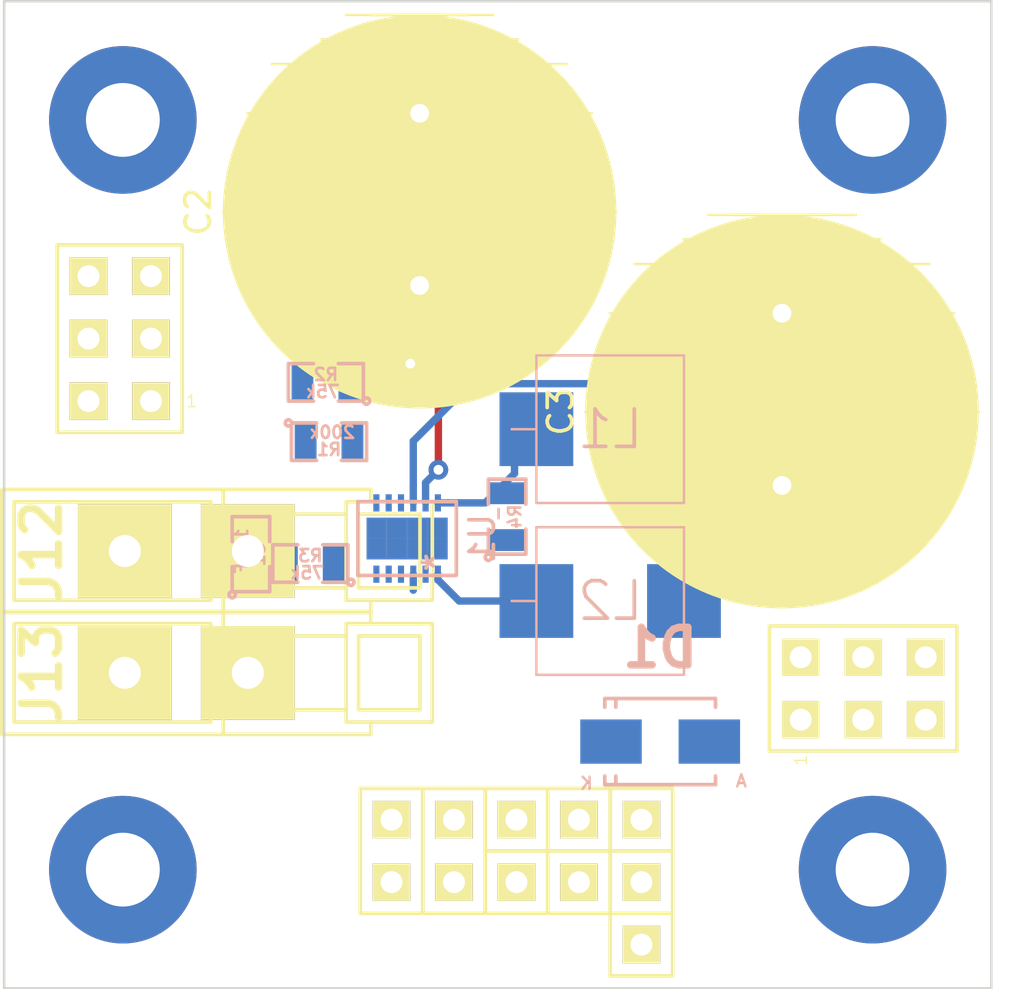
<source format=kicad_pcb>
(kicad_pcb (version 4) (host pcbnew 4.0.1-stable)

  (general
    (links 54)
    (no_connects 47)
    (area 0.203999 -40.436001 40.436001 -0.203999)
    (thickness 1.6)
    (drawings 4)
    (tracks 31)
    (zones 0)
    (modules 28)
    (nets 14)
  )

  (page A4)
  (layers
    (0 F.Cu signal)
    (31 B.Cu signal)
    (32 B.Adhes user)
    (33 F.Adhes user)
    (34 B.Paste user)
    (35 F.Paste user)
    (36 B.SilkS user)
    (37 F.SilkS user)
    (38 B.Mask user)
    (39 F.Mask user)
    (40 Dwgs.User user)
    (41 Cmts.User user)
    (42 Eco1.User user)
    (43 Eco2.User user)
    (44 Edge.Cuts user)
    (45 Margin user)
    (46 B.CrtYd user)
    (47 F.CrtYd user)
    (48 B.Fab user)
    (49 F.Fab user)
  )

  (setup
    (last_trace_width 0.3)
    (trace_clearance 0.2)
    (zone_clearance 0.508)
    (zone_45_only no)
    (trace_min 0.2)
    (segment_width 0.2)
    (edge_width 0.1)
    (via_size 0.8)
    (via_drill 0.4)
    (via_min_size 0.4)
    (via_min_drill 0.3)
    (uvia_size 0.3)
    (uvia_drill 0.1)
    (uvias_allowed no)
    (uvia_min_size 0.2)
    (uvia_min_drill 0.1)
    (pcb_text_width 0.3)
    (pcb_text_size 1.5 1.5)
    (mod_edge_width 0.15)
    (mod_text_size 1 1)
    (mod_text_width 0.15)
    (pad_size 6 6)
    (pad_drill 3)
    (pad_to_mask_clearance 0)
    (aux_axis_origin 0 0)
    (visible_elements 7FFFFF7F)
    (pcbplotparams
      (layerselection 0x00030_80000001)
      (usegerberextensions false)
      (excludeedgelayer true)
      (linewidth 0.500000)
      (plotframeref false)
      (viasonmask false)
      (mode 1)
      (useauxorigin false)
      (hpglpennumber 1)
      (hpglpenspeed 20)
      (hpglpendiameter 15)
      (hpglpenoverlay 2)
      (psnegative false)
      (psa4output false)
      (plotreference true)
      (plotvalue true)
      (plotinvisibletext false)
      (padsonsilk false)
      (subtractmaskfromsilk false)
      (outputformat 1)
      (mirror false)
      (drillshape 1)
      (scaleselection 1)
      (outputdirectory ""))
  )

  (net 0 "")
  (net 1 /VIN)
  (net 2 GND)
  (net 3 "Net-(C2-Pad1)")
  (net 4 "Net-(C2-Pad2)")
  (net 5 /CTL)
  (net 6 /EN)
  (net 7 /VSEL)
  (net 8 /#PFO)
  (net 9 /PG)
  (net 10 "Net-(L1-Pad1)")
  (net 11 "Net-(L2-Pad1)")
  (net 12 "Net-(R1-Pad2)")
  (net 13 "Net-(R3-Pad1)")

  (net_class Default "Toto je výchozí třída sítě."
    (clearance 0.2)
    (trace_width 0.3)
    (via_dia 0.8)
    (via_drill 0.4)
    (uvia_dia 0.3)
    (uvia_drill 0.1)
    (add_net /#PFO)
    (add_net /CTL)
    (add_net /EN)
    (add_net /PG)
    (add_net /VIN)
    (add_net /VSEL)
    (add_net GND)
    (add_net "Net-(C2-Pad1)")
    (add_net "Net-(C2-Pad2)")
    (add_net "Net-(L1-Pad1)")
    (add_net "Net-(L2-Pad1)")
    (add_net "Net-(R1-Pad2)")
    (add_net "Net-(R3-Pad1)")
  )

  (module Mlab_D:SMA_Standard (layer B.Cu) (tedit 54BBE0AF) (tstamp 56EBC5A6)
    (at 26.924 -10.287 180)
    (descr "Diode SMA")
    (tags "Diode SMA")
    (path /56E8111C)
    (attr smd)
    (fp_text reference D1 (at 0 3.81 180) (layer B.SilkS)
      (effects (font (thickness 0.3048)) (justify mirror))
    )
    (fp_text value M4 (at 0 -3.81 180) (layer B.SilkS) hide
      (effects (font (thickness 0.3048)) (justify mirror))
    )
    (fp_text user A (at -3.29946 -1.6002 180) (layer B.SilkS)
      (effects (font (size 0.50038 0.50038) (thickness 0.09906)) (justify mirror))
    )
    (fp_text user K (at 2.99974 -1.69926 180) (layer B.SilkS)
      (effects (font (size 0.50038 0.50038) (thickness 0.09906)) (justify mirror))
    )
    (fp_circle (center 0 0) (end 0.20066 0.0508) (layer B.Adhes) (width 0.381))
    (fp_line (start 1.80086 -1.75006) (end 1.80086 -1.39954) (layer B.SilkS) (width 0.15))
    (fp_line (start 1.80086 1.75006) (end 1.80086 1.39954) (layer B.SilkS) (width 0.15))
    (fp_line (start 2.25044 -1.75006) (end 2.25044 -1.39954) (layer B.SilkS) (width 0.15))
    (fp_line (start -2.25044 -1.75006) (end -2.25044 -1.39954) (layer B.SilkS) (width 0.15))
    (fp_line (start -2.25044 1.75006) (end -2.25044 1.39954) (layer B.SilkS) (width 0.15))
    (fp_line (start 2.25044 1.75006) (end 2.25044 1.39954) (layer B.SilkS) (width 0.15))
    (fp_line (start -2.25044 -1.75006) (end 2.25044 -1.75006) (layer B.SilkS) (width 0.15))
    (fp_line (start -2.25044 1.75006) (end 2.25044 1.75006) (layer B.SilkS) (width 0.15))
    (pad 1 smd rect (at -1.99898 0 180) (size 2.49936 1.80086) (layers B.Cu B.Paste B.Mask)
      (net 2 GND))
    (pad 2 smd rect (at 1.99898 0 180) (size 2.49936 1.80086) (layers B.Cu B.Paste B.Mask)
      (net 1 /VIN))
    (model MLAB_3D/Diodes/SMA.wrl
      (at (xyz 0 0 0))
      (scale (xyz 0.3937 0.3937 0.3937))
      (rotate (xyz 0 0 0))
    )
  )

  (module Mlab_CON:WAGO256 (layer F.Cu) (tedit 564C6037) (tstamp 56EBD757)
    (at 7.62 -13.081)
    (descr "WAGO-Series 236, 2Stift, 1pol, RM 5mm,")
    (tags "WAGO-Series 236, 2Stift, 1pol, RM 5mm, Anreibare Leiterplattenklemme")
    (path /56EBF84C)
    (fp_text reference J13 (at -5.842 0 90) (layer F.SilkS)
      (effects (font (thickness 0.3048)))
    )
    (fp_text value CONN1_1 (at 0.254 4.064) (layer F.SilkS) hide
      (effects (font (thickness 0.3048)))
    )
    (fp_line (start 7.54 2.5) (end 7.54 2) (layer F.SilkS) (width 0.15))
    (fp_line (start 7.54 -2) (end 7.54 -2.5) (layer F.SilkS) (width 0.15))
    (fp_line (start 1.54 2.5001) (end 1.54 -2.5001) (layer F.SilkS) (width 0.15))
    (fp_line (start -7.46 2.5001) (end -7.46 -2.5001) (layer F.SilkS) (width 0.15))
    (fp_line (start 9.54 1.501) (end 9.54 -1.501) (layer F.SilkS) (width 0.15))
    (fp_line (start 7.0401 1.501) (end 7.0401 -1.501) (layer F.SilkS) (width 0.15))
    (fp_line (start 10.0401 -2) (end 10.0401 2) (layer F.SilkS) (width 0.15))
    (fp_line (start 6.54 -2) (end 6.54 2) (layer F.SilkS) (width 0.15))
    (fp_line (start 3.54 1.5001) (end 3.54 -1.5001) (layer F.SilkS) (width 0.15))
    (fp_line (start 1.0399 -2) (end 1.0399 2) (layer F.SilkS) (width 0.15))
    (fp_line (start -6.9601 2) (end -6.9601 -2) (layer F.SilkS) (width 0.15))
    (fp_line (start 1.0399 1) (end 1.54 1) (layer F.SilkS) (width 0.15))
    (fp_line (start 7.0401 1.5) (end 9.54 1.5) (layer F.SilkS) (width 0.15))
    (fp_line (start 6.54 2) (end 10.0401 2) (layer F.SilkS) (width 0.15))
    (fp_line (start 1.0399 -1) (end 1.54 -1) (layer F.SilkS) (width 0.15))
    (fp_line (start 7.0401 -1.5) (end 9.54 -1.5) (layer F.SilkS) (width 0.15))
    (fp_line (start 6.54 -2) (end 10.041 -2) (layer F.SilkS) (width 0.15))
    (fp_line (start 3.54 1.5) (end 6.54 1.5) (layer F.SilkS) (width 0.15))
    (fp_line (start -6.9601 2) (end 1.0399 2) (layer F.SilkS) (width 0.15))
    (fp_line (start 1.54 2.5) (end 7.54 2.5) (layer F.SilkS) (width 0.15))
    (fp_line (start 3.54 -1.5) (end 6.54 -1.5) (layer F.SilkS) (width 0.15))
    (fp_line (start -6.9601 -2) (end 1.0399 -2) (layer F.SilkS) (width 0.15))
    (fp_line (start 1.54 -2.5) (end 7.54 -2.5) (layer F.SilkS) (width 0.15))
    (fp_line (start 1.54 2.5) (end -7.46 2.5) (layer F.SilkS) (width 0.15))
    (fp_line (start -7.46 -2.5) (end 1.54 -2.5) (layer F.SilkS) (width 0.15))
    (pad 1 thru_hole rect (at -2.46 0 90) (size 3.81 3.81) (drill 1.3) (layers *.Cu *.Mask F.SilkS)
      (net 2 GND))
    (pad 1 thru_hole rect (at 2.54 0 90) (size 3.81 3.81) (drill 1.3) (layers *.Cu *.Mask F.SilkS)
      (net 2 GND))
  )

  (module Mlab_C:C_Radial_D16_L25_P7.5 (layer F.Cu) (tedit 56E8245E) (tstamp 56EBCD30)
    (at 17.145 -28.829 90)
    (descr "Radial Electrolytic Capacitor Diameter 16mm x Length 25mm, Pitch 7.5mm")
    (tags "Electrolytic Capacitor")
    (path /56E875AF)
    (fp_text reference C2 (at 3 -9 90) (layer F.SilkS)
      (effects (font (size 1 1) (thickness 0.15)))
    )
    (fp_text value 22F (at 3 9 90) (layer F.Fab)
      (effects (font (size 1 1) (thickness 0.15)))
    )
    (fp_text user + (at 0 -2 90) (layer F.SilkS)
      (effects (font (size 1 1) (thickness 0.15)))
    )
    (fp_line (start 3 -8) (end 3 8) (layer F.SilkS) (width 0))
    (fp_line (start 3 -7) (end 3 7) (layer F.SilkS) (width 0))
    (fp_line (start 4 -7) (end 4 7) (layer F.SilkS) (width 0))
    (fp_line (start 4 -7) (end 4 7) (layer F.SilkS) (width 0))
    (fp_line (start 4 -7) (end 4 7) (layer F.SilkS) (width 0))
    (fp_line (start 4 -7) (end 4 7) (layer F.SilkS) (width 0))
    (fp_line (start 4 -7) (end 4 7) (layer F.SilkS) (width 0))
    (fp_line (start 4 -7) (end 4 7) (layer F.SilkS) (width 0))
    (fp_line (start 4 -7) (end 4 7) (layer F.SilkS) (width 0))
    (fp_line (start 5 -7) (end 5 7) (layer F.SilkS) (width 0))
    (fp_line (start 5 -7) (end 5 7) (layer F.SilkS) (width 0))
    (fp_line (start 5 -7) (end 5 7) (layer F.SilkS) (width 0))
    (fp_line (start 5 -7) (end 5 7) (layer F.SilkS) (width 0))
    (fp_line (start 5 -7) (end 5 7) (layer F.SilkS) (width 0))
    (fp_line (start 5 -7) (end 5 7) (layer F.SilkS) (width 0))
    (fp_line (start 5 -7) (end 5 7) (layer F.SilkS) (width 0))
    (fp_line (start 6 -7) (end 6 7) (layer F.SilkS) (width 0))
    (fp_line (start 6 -7) (end 6 7) (layer F.SilkS) (width 0))
    (fp_line (start 6 -7) (end 6 7) (layer F.SilkS) (width 0))
    (fp_line (start 6 -7) (end 6 7) (layer F.SilkS) (width 0))
    (fp_line (start 6 -7) (end 6 0) (layer F.SilkS) (width 0))
    (fp_line (start 6 0) (end 6 7) (layer F.SilkS) (width 0))
    (fp_line (start 6 -7) (end 6 0) (layer F.SilkS) (width 0))
    (fp_line (start 6 0) (end 6 7) (layer F.SilkS) (width 0))
    (fp_line (start 6 -7) (end 6 0) (layer F.SilkS) (width 0))
    (fp_line (start 6 0) (end 6 7) (layer F.SilkS) (width 0))
    (fp_line (start 7 -7) (end 7 0) (layer F.SilkS) (width 0))
    (fp_line (start 7 0) (end 7 7) (layer F.SilkS) (width 0))
    (fp_line (start 7 -7) (end 7 0) (layer F.SilkS) (width 0))
    (fp_line (start 7 0) (end 7 7) (layer F.SilkS) (width 0))
    (fp_line (start 7 -7) (end 7 0) (layer F.SilkS) (width 0))
    (fp_line (start 7 0) (end 7 7) (layer F.SilkS) (width 0))
    (fp_line (start 7 -7) (end 7 0) (layer F.SilkS) (width 0))
    (fp_line (start 7 0) (end 7 7) (layer F.SilkS) (width 0))
    (fp_line (start 7 -7) (end 7 0) (layer F.SilkS) (width 0))
    (fp_line (start 7 0) (end 7 7) (layer F.SilkS) (width 0))
    (fp_line (start 7 -6) (end 7 0) (layer F.SilkS) (width 0))
    (fp_line (start 7 0) (end 7 6) (layer F.SilkS) (width 0))
    (fp_line (start 7 -6) (end 7 0) (layer F.SilkS) (width 0))
    (fp_line (start 7 0) (end 7 6) (layer F.SilkS) (width 0))
    (fp_line (start 8 -6) (end 8 0) (layer F.SilkS) (width 0))
    (fp_line (start 8 0) (end 8 6) (layer F.SilkS) (width 0))
    (fp_line (start 8 -6) (end 8 0) (layer F.SilkS) (width 0))
    (fp_line (start 8 0) (end 8 6) (layer F.SilkS) (width 0))
    (fp_line (start 8 -6) (end 8 0) (layer F.SilkS) (width 0))
    (fp_line (start 8 0) (end 8 6) (layer F.SilkS) (width 0))
    (fp_line (start 8 -6) (end 8 0) (layer F.SilkS) (width 0))
    (fp_line (start 8 0) (end 8 6) (layer F.SilkS) (width 0))
    (fp_line (start 8 -6) (end 8 6) (layer F.SilkS) (width 0))
    (fp_line (start 8 -6) (end 8 6) (layer F.SilkS) (width 0))
    (fp_line (start 8 -6) (end 8 6) (layer F.SilkS) (width 0))
    (fp_line (start 9 -6) (end 9 6) (layer F.SilkS) (width 0))
    (fp_line (start 9 -5) (end 9 5) (layer F.SilkS) (width 0))
    (fp_line (start 9 -5) (end 9 5) (layer F.SilkS) (width 0))
    (fp_line (start 9 -5) (end 9 5) (layer F.SilkS) (width 0))
    (fp_line (start 9 -5) (end 9 5) (layer F.SilkS) (width 0))
    (fp_line (start 9 -5) (end 9 5) (layer F.SilkS) (width 0))
    (fp_line (start 9 -5) (end 9 5) (layer F.SilkS) (width 0))
    (fp_line (start 9 -5) (end 9 5) (layer F.SilkS) (width 0))
    (fp_line (start 10 -4) (end 10 4) (layer F.SilkS) (width 0))
    (fp_line (start 10 -4) (end 10 4) (layer F.SilkS) (width 0))
    (fp_line (start 10 -4) (end 10 4) (layer F.SilkS) (width 0))
    (fp_line (start 10 -4) (end 10 4) (layer F.SilkS) (width 0))
    (fp_line (start 10 -3) (end 10 3) (layer F.SilkS) (width 0))
    (fp_line (start 10 -3) (end 10 3) (layer F.SilkS) (width 0))
    (fp_line (start 10 -3) (end 10 3) (layer F.SilkS) (width 0))
    (fp_line (start 11 -3) (end 11 3) (layer F.SilkS) (width 0))
    (fp_line (start 11 -2) (end 11 2) (layer F.SilkS) (width 0))
    (fp_line (start 11 -2) (end 11 2) (layer F.SilkS) (width 0))
    (fp_line (start 11 -1) (end 11 1) (layer F.SilkS) (width 0))
    (fp_line (start 11 -1) (end 11 1) (layer F.SilkS) (width 0))
    (fp_circle (center 7 0) (end 7 -1) (layer F.SilkS) (width 0))
    (fp_circle (center 3 0) (end 3 -8) (layer F.SilkS) (width 0))
    (fp_circle (center 3 0) (end 3 -8) (layer F.CrtYd) (width 0))
    (pad 1 thru_hole rect (at 0 0 90) (size 1 1) (drill 0.762) (layers *.Cu *.Mask F.SilkS)
      (net 3 "Net-(C2-Pad1)"))
    (pad 2 thru_hole circle (at 7 0 90) (size 1 1) (drill 0.762) (layers *.Cu *.Mask F.SilkS)
      (net 4 "Net-(C2-Pad2)"))
    (model Capacitors_ThroughHole.3dshapes/C_Radial_D16_L25_P7.5.wrl
      (at (xyz 0 0 0))
      (scale (xyz 1 1 1))
      (rotate (xyz 0 0 90))
    )
  )

  (module Mlab_C:C_Radial_D16_L25_P7.5 (layer F.Cu) (tedit 56E8245E) (tstamp 56EBCD36)
    (at 31.877 -20.701 90)
    (descr "Radial Electrolytic Capacitor Diameter 16mm x Length 25mm, Pitch 7.5mm")
    (tags "Electrolytic Capacitor")
    (path /56E812E5)
    (fp_text reference C3 (at 3 -9 90) (layer F.SilkS)
      (effects (font (size 1 1) (thickness 0.15)))
    )
    (fp_text value 22F (at 3 9 90) (layer F.Fab)
      (effects (font (size 1 1) (thickness 0.15)))
    )
    (fp_text user + (at 0 -2 90) (layer F.SilkS)
      (effects (font (size 1 1) (thickness 0.15)))
    )
    (fp_line (start 3 -8) (end 3 8) (layer F.SilkS) (width 0))
    (fp_line (start 3 -7) (end 3 7) (layer F.SilkS) (width 0))
    (fp_line (start 4 -7) (end 4 7) (layer F.SilkS) (width 0))
    (fp_line (start 4 -7) (end 4 7) (layer F.SilkS) (width 0))
    (fp_line (start 4 -7) (end 4 7) (layer F.SilkS) (width 0))
    (fp_line (start 4 -7) (end 4 7) (layer F.SilkS) (width 0))
    (fp_line (start 4 -7) (end 4 7) (layer F.SilkS) (width 0))
    (fp_line (start 4 -7) (end 4 7) (layer F.SilkS) (width 0))
    (fp_line (start 4 -7) (end 4 7) (layer F.SilkS) (width 0))
    (fp_line (start 5 -7) (end 5 7) (layer F.SilkS) (width 0))
    (fp_line (start 5 -7) (end 5 7) (layer F.SilkS) (width 0))
    (fp_line (start 5 -7) (end 5 7) (layer F.SilkS) (width 0))
    (fp_line (start 5 -7) (end 5 7) (layer F.SilkS) (width 0))
    (fp_line (start 5 -7) (end 5 7) (layer F.SilkS) (width 0))
    (fp_line (start 5 -7) (end 5 7) (layer F.SilkS) (width 0))
    (fp_line (start 5 -7) (end 5 7) (layer F.SilkS) (width 0))
    (fp_line (start 6 -7) (end 6 7) (layer F.SilkS) (width 0))
    (fp_line (start 6 -7) (end 6 7) (layer F.SilkS) (width 0))
    (fp_line (start 6 -7) (end 6 7) (layer F.SilkS) (width 0))
    (fp_line (start 6 -7) (end 6 7) (layer F.SilkS) (width 0))
    (fp_line (start 6 -7) (end 6 0) (layer F.SilkS) (width 0))
    (fp_line (start 6 0) (end 6 7) (layer F.SilkS) (width 0))
    (fp_line (start 6 -7) (end 6 0) (layer F.SilkS) (width 0))
    (fp_line (start 6 0) (end 6 7) (layer F.SilkS) (width 0))
    (fp_line (start 6 -7) (end 6 0) (layer F.SilkS) (width 0))
    (fp_line (start 6 0) (end 6 7) (layer F.SilkS) (width 0))
    (fp_line (start 7 -7) (end 7 0) (layer F.SilkS) (width 0))
    (fp_line (start 7 0) (end 7 7) (layer F.SilkS) (width 0))
    (fp_line (start 7 -7) (end 7 0) (layer F.SilkS) (width 0))
    (fp_line (start 7 0) (end 7 7) (layer F.SilkS) (width 0))
    (fp_line (start 7 -7) (end 7 0) (layer F.SilkS) (width 0))
    (fp_line (start 7 0) (end 7 7) (layer F.SilkS) (width 0))
    (fp_line (start 7 -7) (end 7 0) (layer F.SilkS) (width 0))
    (fp_line (start 7 0) (end 7 7) (layer F.SilkS) (width 0))
    (fp_line (start 7 -7) (end 7 0) (layer F.SilkS) (width 0))
    (fp_line (start 7 0) (end 7 7) (layer F.SilkS) (width 0))
    (fp_line (start 7 -6) (end 7 0) (layer F.SilkS) (width 0))
    (fp_line (start 7 0) (end 7 6) (layer F.SilkS) (width 0))
    (fp_line (start 7 -6) (end 7 0) (layer F.SilkS) (width 0))
    (fp_line (start 7 0) (end 7 6) (layer F.SilkS) (width 0))
    (fp_line (start 8 -6) (end 8 0) (layer F.SilkS) (width 0))
    (fp_line (start 8 0) (end 8 6) (layer F.SilkS) (width 0))
    (fp_line (start 8 -6) (end 8 0) (layer F.SilkS) (width 0))
    (fp_line (start 8 0) (end 8 6) (layer F.SilkS) (width 0))
    (fp_line (start 8 -6) (end 8 0) (layer F.SilkS) (width 0))
    (fp_line (start 8 0) (end 8 6) (layer F.SilkS) (width 0))
    (fp_line (start 8 -6) (end 8 0) (layer F.SilkS) (width 0))
    (fp_line (start 8 0) (end 8 6) (layer F.SilkS) (width 0))
    (fp_line (start 8 -6) (end 8 6) (layer F.SilkS) (width 0))
    (fp_line (start 8 -6) (end 8 6) (layer F.SilkS) (width 0))
    (fp_line (start 8 -6) (end 8 6) (layer F.SilkS) (width 0))
    (fp_line (start 9 -6) (end 9 6) (layer F.SilkS) (width 0))
    (fp_line (start 9 -5) (end 9 5) (layer F.SilkS) (width 0))
    (fp_line (start 9 -5) (end 9 5) (layer F.SilkS) (width 0))
    (fp_line (start 9 -5) (end 9 5) (layer F.SilkS) (width 0))
    (fp_line (start 9 -5) (end 9 5) (layer F.SilkS) (width 0))
    (fp_line (start 9 -5) (end 9 5) (layer F.SilkS) (width 0))
    (fp_line (start 9 -5) (end 9 5) (layer F.SilkS) (width 0))
    (fp_line (start 9 -5) (end 9 5) (layer F.SilkS) (width 0))
    (fp_line (start 10 -4) (end 10 4) (layer F.SilkS) (width 0))
    (fp_line (start 10 -4) (end 10 4) (layer F.SilkS) (width 0))
    (fp_line (start 10 -4) (end 10 4) (layer F.SilkS) (width 0))
    (fp_line (start 10 -4) (end 10 4) (layer F.SilkS) (width 0))
    (fp_line (start 10 -3) (end 10 3) (layer F.SilkS) (width 0))
    (fp_line (start 10 -3) (end 10 3) (layer F.SilkS) (width 0))
    (fp_line (start 10 -3) (end 10 3) (layer F.SilkS) (width 0))
    (fp_line (start 11 -3) (end 11 3) (layer F.SilkS) (width 0))
    (fp_line (start 11 -2) (end 11 2) (layer F.SilkS) (width 0))
    (fp_line (start 11 -2) (end 11 2) (layer F.SilkS) (width 0))
    (fp_line (start 11 -1) (end 11 1) (layer F.SilkS) (width 0))
    (fp_line (start 11 -1) (end 11 1) (layer F.SilkS) (width 0))
    (fp_circle (center 7 0) (end 7 -1) (layer F.SilkS) (width 0))
    (fp_circle (center 3 0) (end 3 -8) (layer F.SilkS) (width 0))
    (fp_circle (center 3 0) (end 3 -8) (layer F.CrtYd) (width 0))
    (pad 1 thru_hole rect (at 0 0 90) (size 1 1) (drill 0.762) (layers *.Cu *.Mask F.SilkS)
      (net 4 "Net-(C2-Pad2)"))
    (pad 2 thru_hole circle (at 7 0 90) (size 1 1) (drill 0.762) (layers *.Cu *.Mask F.SilkS)
      (net 2 GND))
    (model Capacitors_ThroughHole.3dshapes/C_Radial_D16_L25_P7.5.wrl
      (at (xyz 0 0 0))
      (scale (xyz 1 1 1))
      (rotate (xyz 0 0 90))
    )
  )

  (module Mlab_L:DER0705 (layer B.Cu) (tedit 56E82856) (tstamp 56EBCD8D)
    (at 24.892 -22.987 180)
    (descr "L DE1207")
    (path /56E86EF1)
    (fp_text reference L1 (at 0 0 180) (layer B.SilkS)
      (effects (font (thickness 0.15)) (justify mirror))
    )
    (fp_text value DER0705-3.3uH (at 0 -2 180) (layer B.SilkS) hide
      (effects (font (size 0 0) (thickness 0.15)) (justify mirror))
    )
    (fp_line (start -3 3) (end -3 -3) (layer B.SilkS) (width 0))
    (fp_line (start -3 -3) (end 3 -3) (layer B.SilkS) (width 0))
    (fp_line (start 3 -3) (end 3 3) (layer B.SilkS) (width 0))
    (fp_line (start 3 3) (end -3 3) (layer B.SilkS) (width 0))
    (fp_line (start 4 0) (end 3 0) (layer B.SilkS) (width 0))
    (fp_line (start 4 0) (end 4 0) (layer B.SilkS) (width 0))
    (pad 1 smd rect (at 3 0 180) (size 3 3) (layers B.Cu B.Paste B.Mask)
      (net 10 "Net-(L1-Pad1)"))
    (pad 2 smd rect (at -3 0 180) (size 3 3) (layers B.Cu B.Paste B.Mask)
      (net 4 "Net-(C2-Pad2)"))
    (model Capacitors_SMD/c_elec_10x10_5.wrl
      (at (xyz 0 0 0))
      (scale (xyz 1 1 1))
      (rotate (xyz 0 0 0))
    )
  )

  (module Mlab_L:DER0705 (layer B.Cu) (tedit 56E82856) (tstamp 56EBCD93)
    (at 24.892 -16.002 180)
    (descr "L DE1207")
    (path /56E87295)
    (fp_text reference L2 (at 0 0 180) (layer B.SilkS)
      (effects (font (thickness 0.15)) (justify mirror))
    )
    (fp_text value DER0705-3.3uH (at 0 -2 180) (layer B.SilkS) hide
      (effects (font (size 0 0) (thickness 0.15)) (justify mirror))
    )
    (fp_line (start -3 3) (end -3 -3) (layer B.SilkS) (width 0))
    (fp_line (start -3 -3) (end 3 -3) (layer B.SilkS) (width 0))
    (fp_line (start 3 -3) (end 3 3) (layer B.SilkS) (width 0))
    (fp_line (start 3 3) (end -3 3) (layer B.SilkS) (width 0))
    (fp_line (start 4 0) (end 3 0) (layer B.SilkS) (width 0))
    (fp_line (start 4 0) (end 4 0) (layer B.SilkS) (width 0))
    (pad 1 smd rect (at 3 0 180) (size 3 3) (layers B.Cu B.Paste B.Mask)
      (net 11 "Net-(L2-Pad1)"))
    (pad 2 smd rect (at -3 0 180) (size 3 3) (layers B.Cu B.Paste B.Mask)
      (net 4 "Net-(C2-Pad2)"))
    (model Capacitors_SMD/c_elec_10x10_5.wrl
      (at (xyz 0 0 0))
      (scale (xyz 1 1 1))
      (rotate (xyz 0 0 0))
    )
  )

  (module Mlab_Mechanical:MountingHole_3mm placed (layer F.Cu) (tedit 5535DB2C) (tstamp 56EBCD98)
    (at 5.08 -35.56)
    (descr "Mounting hole, Befestigungsbohrung, 3mm, No Annular, Kein Restring,")
    (tags "Mounting hole, Befestigungsbohrung, 3mm, No Annular, Kein Restring,")
    (path /56EBF2B1)
    (fp_text reference M1 (at 0 -4) (layer F.SilkS) hide
      (effects (font (thickness 0.15)))
    )
    (fp_text value HOLE (at 0 4) (layer F.SilkS) hide
      (effects (font (thickness 0.15)))
    )
    (fp_circle (center 0 0) (end 2 0) (layer Cmts.User) (width 0))
    (pad 1 thru_hole circle (at 0 0) (size 6 6) (drill 3) (layers *.Cu *.Adhes *.Mask)
      (clearance 1) (zone_connect 2))
  )

  (module Mlab_Mechanical:MountingHole_3mm placed (layer F.Cu) (tedit 5535DB2C) (tstamp 56EBCD9D)
    (at 35.56 -35.56)
    (descr "Mounting hole, Befestigungsbohrung, 3mm, No Annular, Kein Restring,")
    (tags "Mounting hole, Befestigungsbohrung, 3mm, No Annular, Kein Restring,")
    (path /56EBF563)
    (fp_text reference M2 (at 0 -4) (layer F.SilkS) hide
      (effects (font (thickness 0.15)))
    )
    (fp_text value HOLE (at 0 4) (layer F.SilkS) hide
      (effects (font (thickness 0.15)))
    )
    (fp_circle (center 0 0) (end 2 0) (layer Cmts.User) (width 0))
    (pad 1 thru_hole circle (at 0 0) (size 6 6) (drill 3) (layers *.Cu *.Adhes *.Mask)
      (clearance 1) (zone_connect 2))
  )

  (module Mlab_Mechanical:MountingHole_3mm placed (layer F.Cu) (tedit 5535DB2C) (tstamp 56EBCDA2)
    (at 35.56 -5.08)
    (descr "Mounting hole, Befestigungsbohrung, 3mm, No Annular, Kein Restring,")
    (tags "Mounting hole, Befestigungsbohrung, 3mm, No Annular, Kein Restring,")
    (path /56EBF4F9)
    (fp_text reference M3 (at 0 -4) (layer F.SilkS) hide
      (effects (font (thickness 0.15)))
    )
    (fp_text value HOLE (at 0 4) (layer F.SilkS) hide
      (effects (font (thickness 0.15)))
    )
    (fp_circle (center 0 0) (end 2 0) (layer Cmts.User) (width 0))
    (pad 1 thru_hole circle (at 0 0) (size 6 6) (drill 3) (layers *.Cu *.Adhes *.Mask)
      (clearance 1) (zone_connect 2))
  )

  (module Mlab_Mechanical:MountingHole_3mm placed (layer F.Cu) (tedit 5535DB2C) (tstamp 56EBCDA7)
    (at 5.08 -5.08)
    (descr "Mounting hole, Befestigungsbohrung, 3mm, No Annular, Kein Restring,")
    (tags "Mounting hole, Befestigungsbohrung, 3mm, No Annular, Kein Restring,")
    (path /56EBF5DC)
    (fp_text reference M4 (at 0 -4) (layer F.SilkS) hide
      (effects (font (thickness 0.15)))
    )
    (fp_text value HOLE (at 0 4) (layer F.SilkS) hide
      (effects (font (thickness 0.15)))
    )
    (fp_circle (center 0 0) (end 2 0) (layer Cmts.User) (width 0))
    (pad 1 thru_hole circle (at 0 0) (size 6 6) (drill 3) (layers *.Cu *.Adhes *.Mask)
      (clearance 1) (zone_connect 2))
  )

  (module Mlab_IO:DFN-12-1EP_3x4mm_Pitch0.5mm (layer B.Cu) (tedit 56EBC069) (tstamp 56EBCDF3)
    (at 16.637 -18.542 90)
    (descr "DE/UE Package; 12-Lead Plastic DFN (4mm x 3mm) (see Linear Technology DFN_12_05-08-1695.pdf)")
    (tags "DFN 0.5")
    (path /56E80FC2)
    (attr smd)
    (fp_text reference U1 (at 0 3.05 90) (layer B.SilkS)
      (effects (font (size 1 1) (thickness 0.15)) (justify mirror))
    )
    (fp_text value LTC3625 (at 0 -3.05 90) (layer B.Fab)
      (effects (font (size 1 1) (thickness 0.15)) (justify mirror))
    )
    (fp_text user * (at -0.9652 1.1684 90) (layer B.SilkS)
      (effects (font (size 1 1) (thickness 0.15)) (justify mirror))
    )
    (fp_line (start 1.5 2) (end 1.5 -2) (layer B.SilkS) (width 0.15))
    (fp_line (start -1.5 2) (end -1.5 -2) (layer B.SilkS) (width 0.15))
    (fp_line (start -2.05 2.3) (end -2.05 -2.3) (layer B.CrtYd) (width 0.05))
    (fp_line (start 2.05 2.3) (end 2.05 -2.3) (layer B.CrtYd) (width 0.05))
    (fp_line (start -2.05 2.3) (end 2.05 2.3) (layer B.CrtYd) (width 0.05))
    (fp_line (start -2.05 -2.3) (end 2.05 -2.3) (layer B.CrtYd) (width 0.05))
    (fp_line (start -1.5 -2) (end 1.5 -2) (layer B.SilkS) (width 0.15))
    (fp_line (start -1.5 2) (end 1.5 2) (layer B.SilkS) (width 0.15))
    (pad 1 smd rect (at -1.45 1.25 90) (size 0.7 0.25) (layers B.Cu B.Paste B.Mask)
      (net 11 "Net-(L2-Pad1)"))
    (pad 2 smd rect (at -1.45 0.75 90) (size 0.7 0.25) (layers B.Cu B.Paste B.Mask)
      (net 1 /VIN))
    (pad 3 smd rect (at -1.45 0.25 90) (size 0.7 0.25) (layers B.Cu B.Paste B.Mask)
      (net 5 /CTL))
    (pad 4 smd rect (at -1.45 -0.25 90) (size 0.7 0.25) (layers B.Cu B.Paste B.Mask)
      (net 7 /VSEL))
    (pad 5 smd rect (at -1.45 -0.75 90) (size 0.7 0.25) (layers B.Cu B.Paste B.Mask)
      (net 6 /EN))
    (pad 6 smd rect (at -1.45 -1.25 90) (size 0.7 0.25) (layers B.Cu B.Paste B.Mask)
      (net 13 "Net-(R3-Pad1)"))
    (pad 7 smd rect (at 1.45 -1.25 90) (size 0.7 0.25) (layers B.Cu B.Paste B.Mask)
      (net 12 "Net-(R1-Pad2)"))
    (pad 8 smd rect (at 1.45 -0.75 90) (size 0.7 0.25) (layers B.Cu B.Paste B.Mask)
      (net 8 /#PFO))
    (pad 9 smd rect (at 1.45 -0.25 90) (size 0.7 0.25) (layers B.Cu B.Paste B.Mask)
      (net 9 /PG))
    (pad 10 smd rect (at 1.45 0.25 90) (size 0.7 0.25) (layers B.Cu B.Paste B.Mask)
      (net 4 "Net-(C2-Pad2)"))
    (pad 11 smd rect (at 1.45 0.75 90) (size 0.7 0.25) (layers B.Cu B.Paste B.Mask)
      (net 3 "Net-(C2-Pad1)"))
    (pad 12 smd rect (at 1.45 1.25 90) (size 0.7 0.25) (layers B.Cu B.Paste B.Mask)
      (net 10 "Net-(L1-Pad1)"))
    (pad 13 smd rect (at 0.425 -1.2375 90) (size 0.85 0.825) (layers B.Cu B.Paste B.Mask)
      (net 2 GND) (solder_paste_margin_ratio -0.2))
    (pad 13 smd rect (at 0.425 -0.4125 90) (size 0.85 0.825) (layers B.Cu B.Paste B.Mask)
      (net 2 GND) (solder_paste_margin_ratio -0.2))
    (pad 13 smd rect (at 0.425 0.4125 90) (size 0.85 0.825) (layers B.Cu B.Paste B.Mask)
      (net 2 GND) (solder_paste_margin_ratio -0.2))
    (pad 13 smd rect (at 0.425 1.2375 90) (size 0.85 0.825) (layers B.Cu B.Paste B.Mask)
      (net 2 GND) (solder_paste_margin_ratio -0.2))
    (pad 13 smd rect (at -0.425 -1.2375 90) (size 0.85 0.825) (layers B.Cu B.Paste B.Mask)
      (net 2 GND) (solder_paste_margin_ratio -0.2))
    (pad 13 smd rect (at -0.425 -0.4125 90) (size 0.85 0.825) (layers B.Cu B.Paste B.Mask)
      (net 2 GND) (solder_paste_margin_ratio -0.2))
    (pad 13 smd rect (at -0.425 0.4125 90) (size 0.85 0.825) (layers B.Cu B.Paste B.Mask)
      (net 2 GND) (solder_paste_margin_ratio -0.2))
    (pad 13 smd rect (at -0.425 1.2375 90) (size 0.85 0.825) (layers B.Cu B.Paste B.Mask)
      (net 2 GND) (solder_paste_margin_ratio -0.2))
    (model Housings_DFN_QFN.3dshapes/DFN-12-1EP_3x4mm_Pitch0.5mm.wrl
      (at (xyz 0 0 0))
      (scale (xyz 1 1 1))
      (rotate (xyz 0 0 0))
    )
  )

  (module Mlab_R:SMD-0805 (layer B.Cu) (tedit 54799E0C) (tstamp 56EBC728)
    (at 10.287 -17.907 90)
    (path /56E8119A)
    (attr smd)
    (fp_text reference C1 (at 0 0.3175 90) (layer B.SilkS)
      (effects (font (size 0.50038 0.50038) (thickness 0.10922)) (justify mirror))
    )
    (fp_text value 10uF (at 0.127 -0.381 90) (layer B.SilkS)
      (effects (font (size 0.50038 0.50038) (thickness 0.10922)) (justify mirror))
    )
    (fp_circle (center -1.651 -0.762) (end -1.651 -0.635) (layer B.SilkS) (width 0.15))
    (fp_line (start -0.508 -0.762) (end -1.524 -0.762) (layer B.SilkS) (width 0.15))
    (fp_line (start -1.524 -0.762) (end -1.524 0.762) (layer B.SilkS) (width 0.15))
    (fp_line (start -1.524 0.762) (end -0.508 0.762) (layer B.SilkS) (width 0.15))
    (fp_line (start 0.508 0.762) (end 1.524 0.762) (layer B.SilkS) (width 0.15))
    (fp_line (start 1.524 0.762) (end 1.524 -0.762) (layer B.SilkS) (width 0.15))
    (fp_line (start 1.524 -0.762) (end 0.508 -0.762) (layer B.SilkS) (width 0.15))
    (pad 1 smd rect (at -0.9525 0 90) (size 0.889 1.397) (layers B.Cu B.Paste B.Mask)
      (net 1 /VIN))
    (pad 2 smd rect (at 0.9525 0 90) (size 0.889 1.397) (layers B.Cu B.Paste B.Mask)
      (net 2 GND))
    (model MLAB_3D/Resistors/chip_cms.wrl
      (at (xyz 0 0 0))
      (scale (xyz 0.1 0.1 0.1))
      (rotate (xyz 0 0 0))
    )
  )

  (module Mlab_R:SMD-0805 (layer B.Cu) (tedit 54799E0C) (tstamp 56EBC735)
    (at 13.462 -22.479)
    (path /56E85082)
    (attr smd)
    (fp_text reference R1 (at 0 0.3175) (layer B.SilkS)
      (effects (font (size 0.50038 0.50038) (thickness 0.10922)) (justify mirror))
    )
    (fp_text value 200k (at 0.127 -0.381) (layer B.SilkS)
      (effects (font (size 0.50038 0.50038) (thickness 0.10922)) (justify mirror))
    )
    (fp_circle (center -1.651 -0.762) (end -1.651 -0.635) (layer B.SilkS) (width 0.15))
    (fp_line (start -0.508 -0.762) (end -1.524 -0.762) (layer B.SilkS) (width 0.15))
    (fp_line (start -1.524 -0.762) (end -1.524 0.762) (layer B.SilkS) (width 0.15))
    (fp_line (start -1.524 0.762) (end -0.508 0.762) (layer B.SilkS) (width 0.15))
    (fp_line (start 0.508 0.762) (end 1.524 0.762) (layer B.SilkS) (width 0.15))
    (fp_line (start 1.524 0.762) (end 1.524 -0.762) (layer B.SilkS) (width 0.15))
    (fp_line (start 1.524 -0.762) (end 0.508 -0.762) (layer B.SilkS) (width 0.15))
    (pad 1 smd rect (at -0.9525 0) (size 0.889 1.397) (layers B.Cu B.Paste B.Mask)
      (net 1 /VIN))
    (pad 2 smd rect (at 0.9525 0) (size 0.889 1.397) (layers B.Cu B.Paste B.Mask)
      (net 12 "Net-(R1-Pad2)"))
    (model MLAB_3D/Resistors/chip_cms.wrl
      (at (xyz 0 0 0))
      (scale (xyz 0.1 0.1 0.1))
      (rotate (xyz 0 0 0))
    )
  )

  (module Mlab_R:SMD-0805 (layer B.Cu) (tedit 54799E0C) (tstamp 56EBC742)
    (at 13.335 -24.892 180)
    (path /56E84F85)
    (attr smd)
    (fp_text reference R2 (at 0 0.3175 180) (layer B.SilkS)
      (effects (font (size 0.50038 0.50038) (thickness 0.10922)) (justify mirror))
    )
    (fp_text value 75k (at 0.127 -0.381 180) (layer B.SilkS)
      (effects (font (size 0.50038 0.50038) (thickness 0.10922)) (justify mirror))
    )
    (fp_circle (center -1.651 -0.762) (end -1.651 -0.635) (layer B.SilkS) (width 0.15))
    (fp_line (start -0.508 -0.762) (end -1.524 -0.762) (layer B.SilkS) (width 0.15))
    (fp_line (start -1.524 -0.762) (end -1.524 0.762) (layer B.SilkS) (width 0.15))
    (fp_line (start -1.524 0.762) (end -0.508 0.762) (layer B.SilkS) (width 0.15))
    (fp_line (start 0.508 0.762) (end 1.524 0.762) (layer B.SilkS) (width 0.15))
    (fp_line (start 1.524 0.762) (end 1.524 -0.762) (layer B.SilkS) (width 0.15))
    (fp_line (start 1.524 -0.762) (end 0.508 -0.762) (layer B.SilkS) (width 0.15))
    (pad 1 smd rect (at -0.9525 0 180) (size 0.889 1.397) (layers B.Cu B.Paste B.Mask)
      (net 12 "Net-(R1-Pad2)"))
    (pad 2 smd rect (at 0.9525 0 180) (size 0.889 1.397) (layers B.Cu B.Paste B.Mask)
      (net 2 GND))
    (model MLAB_3D/Resistors/chip_cms.wrl
      (at (xyz 0 0 0))
      (scale (xyz 0.1 0.1 0.1))
      (rotate (xyz 0 0 0))
    )
  )

  (module Mlab_R:SMD-0805 (layer B.Cu) (tedit 54799E0C) (tstamp 56EBC74F)
    (at 12.7 -17.526 180)
    (path /56E85E42)
    (attr smd)
    (fp_text reference R3 (at 0 0.3175 180) (layer B.SilkS)
      (effects (font (size 0.50038 0.50038) (thickness 0.10922)) (justify mirror))
    )
    (fp_text value 75k (at 0.127 -0.381 180) (layer B.SilkS)
      (effects (font (size 0.50038 0.50038) (thickness 0.10922)) (justify mirror))
    )
    (fp_circle (center -1.651 -0.762) (end -1.651 -0.635) (layer B.SilkS) (width 0.15))
    (fp_line (start -0.508 -0.762) (end -1.524 -0.762) (layer B.SilkS) (width 0.15))
    (fp_line (start -1.524 -0.762) (end -1.524 0.762) (layer B.SilkS) (width 0.15))
    (fp_line (start -1.524 0.762) (end -0.508 0.762) (layer B.SilkS) (width 0.15))
    (fp_line (start 0.508 0.762) (end 1.524 0.762) (layer B.SilkS) (width 0.15))
    (fp_line (start 1.524 0.762) (end 1.524 -0.762) (layer B.SilkS) (width 0.15))
    (fp_line (start 1.524 -0.762) (end 0.508 -0.762) (layer B.SilkS) (width 0.15))
    (pad 1 smd rect (at -0.9525 0 180) (size 0.889 1.397) (layers B.Cu B.Paste B.Mask)
      (net 13 "Net-(R3-Pad1)"))
    (pad 2 smd rect (at 0.9525 0 180) (size 0.889 1.397) (layers B.Cu B.Paste B.Mask)
      (net 2 GND))
    (model MLAB_3D/Resistors/chip_cms.wrl
      (at (xyz 0 0 0))
      (scale (xyz 0.1 0.1 0.1))
      (rotate (xyz 0 0 0))
    )
  )

  (module Mlab_R:SMD-0805 (layer B.Cu) (tedit 54799E0C) (tstamp 56EBC75C)
    (at 20.701 -19.431 90)
    (path /56E8835F)
    (attr smd)
    (fp_text reference R4 (at 0 0.3175 90) (layer B.SilkS)
      (effects (font (size 0.50038 0.50038) (thickness 0.10922)) (justify mirror))
    )
    (fp_text value - (at 0.127 -0.381 90) (layer B.SilkS)
      (effects (font (size 0.50038 0.50038) (thickness 0.10922)) (justify mirror))
    )
    (fp_circle (center -1.651 -0.762) (end -1.651 -0.635) (layer B.SilkS) (width 0.15))
    (fp_line (start -0.508 -0.762) (end -1.524 -0.762) (layer B.SilkS) (width 0.15))
    (fp_line (start -1.524 -0.762) (end -1.524 0.762) (layer B.SilkS) (width 0.15))
    (fp_line (start -1.524 0.762) (end -0.508 0.762) (layer B.SilkS) (width 0.15))
    (fp_line (start 0.508 0.762) (end 1.524 0.762) (layer B.SilkS) (width 0.15))
    (fp_line (start 1.524 0.762) (end 1.524 -0.762) (layer B.SilkS) (width 0.15))
    (fp_line (start 1.524 -0.762) (end 0.508 -0.762) (layer B.SilkS) (width 0.15))
    (pad 1 smd rect (at -0.9525 0 90) (size 0.889 1.397) (layers B.Cu B.Paste B.Mask)
      (net 10 "Net-(L1-Pad1)"))
    (pad 2 smd rect (at 0.9525 0 90) (size 0.889 1.397) (layers B.Cu B.Paste B.Mask)
      (net 11 "Net-(L2-Pad1)"))
    (model MLAB_3D/Resistors/chip_cms.wrl
      (at (xyz 0 0 0))
      (scale (xyz 0.1 0.1 0.1))
      (rotate (xyz 0 0 0))
    )
  )

  (module Mlab_Pin_Headers:Straight_2x01 (layer F.Cu) (tedit 5545E8D2) (tstamp 56EBCA7F)
    (at 18.542 -5.842 90)
    (descr "pin header straight 2x01")
    (tags "pin header straight 2x01")
    (path /56E8A378)
    (fp_text reference J9 (at 0 -2.54 90) (layer F.SilkS) hide
      (effects (font (size 1.5 1.5) (thickness 0.15)))
    )
    (fp_text value JUMP_2x1 (at 0 2.54 90) (layer F.SilkS) hide
      (effects (font (size 1.5 1.5) (thickness 0.15)))
    )
    (fp_line (start -2.54 -1.27) (end 2.54 -1.27) (layer F.SilkS) (width 0.15))
    (fp_line (start 2.54 -1.27) (end 2.54 1.27) (layer F.SilkS) (width 0.15))
    (fp_line (start 2.54 1.27) (end -2.54 1.27) (layer F.SilkS) (width 0.15))
    (fp_line (start -2.54 1.27) (end -2.54 -1.27) (layer F.SilkS) (width 0.15))
    (pad 1 thru_hole rect (at -1.27 0 90) (size 1.524 1.524) (drill 0.889) (layers *.Cu *.Mask F.SilkS)
      (net 8 /#PFO))
    (pad 2 thru_hole rect (at 1.27 0 90) (size 1.524 1.524) (drill 0.889) (layers *.Cu *.Mask F.SilkS)
      (net 8 /#PFO))
    (model Pin_Headers/Pin_Header_Straight_2x01.wrl
      (at (xyz 0 0 0))
      (scale (xyz 1 1 1))
      (rotate (xyz 0 0 90))
    )
  )

  (module Mlab_Pin_Headers:Straight_2x01 (layer F.Cu) (tedit 5545E8D2) (tstamp 56EBCA89)
    (at 16.002 -5.842 90)
    (descr "pin header straight 2x01")
    (tags "pin header straight 2x01")
    (path /56E8A461)
    (fp_text reference J10 (at 0 -2.54 90) (layer F.SilkS) hide
      (effects (font (size 1.5 1.5) (thickness 0.15)))
    )
    (fp_text value JUMP_2x1 (at 0 2.54 90) (layer F.SilkS) hide
      (effects (font (size 1.5 1.5) (thickness 0.15)))
    )
    (fp_line (start -2.54 -1.27) (end 2.54 -1.27) (layer F.SilkS) (width 0.15))
    (fp_line (start 2.54 -1.27) (end 2.54 1.27) (layer F.SilkS) (width 0.15))
    (fp_line (start 2.54 1.27) (end -2.54 1.27) (layer F.SilkS) (width 0.15))
    (fp_line (start -2.54 1.27) (end -2.54 -1.27) (layer F.SilkS) (width 0.15))
    (pad 1 thru_hole rect (at -1.27 0 90) (size 1.524 1.524) (drill 0.889) (layers *.Cu *.Mask F.SilkS)
      (net 9 /PG))
    (pad 2 thru_hole rect (at 1.27 0 90) (size 1.524 1.524) (drill 0.889) (layers *.Cu *.Mask F.SilkS)
      (net 9 /PG))
    (model Pin_Headers/Pin_Header_Straight_2x01.wrl
      (at (xyz 0 0 0))
      (scale (xyz 1 1 1))
      (rotate (xyz 0 0 90))
    )
  )

  (module Mlab_CON:WAGO256 (layer F.Cu) (tedit 564C6037) (tstamp 56EBD738)
    (at 7.62 -18.034)
    (descr "WAGO-Series 236, 2Stift, 1pol, RM 5mm,")
    (tags "WAGO-Series 236, 2Stift, 1pol, RM 5mm, Anreibare Leiterplattenklemme")
    (path /56EBF31C)
    (fp_text reference J12 (at -5.842 0 90) (layer F.SilkS)
      (effects (font (thickness 0.3048)))
    )
    (fp_text value CONN1_1 (at 0.254 4.064) (layer F.SilkS) hide
      (effects (font (thickness 0.3048)))
    )
    (fp_line (start 7.54 2.5) (end 7.54 2) (layer F.SilkS) (width 0.15))
    (fp_line (start 7.54 -2) (end 7.54 -2.5) (layer F.SilkS) (width 0.15))
    (fp_line (start 1.54 2.5001) (end 1.54 -2.5001) (layer F.SilkS) (width 0.15))
    (fp_line (start -7.46 2.5001) (end -7.46 -2.5001) (layer F.SilkS) (width 0.15))
    (fp_line (start 9.54 1.501) (end 9.54 -1.501) (layer F.SilkS) (width 0.15))
    (fp_line (start 7.0401 1.501) (end 7.0401 -1.501) (layer F.SilkS) (width 0.15))
    (fp_line (start 10.0401 -2) (end 10.0401 2) (layer F.SilkS) (width 0.15))
    (fp_line (start 6.54 -2) (end 6.54 2) (layer F.SilkS) (width 0.15))
    (fp_line (start 3.54 1.5001) (end 3.54 -1.5001) (layer F.SilkS) (width 0.15))
    (fp_line (start 1.0399 -2) (end 1.0399 2) (layer F.SilkS) (width 0.15))
    (fp_line (start -6.9601 2) (end -6.9601 -2) (layer F.SilkS) (width 0.15))
    (fp_line (start 1.0399 1) (end 1.54 1) (layer F.SilkS) (width 0.15))
    (fp_line (start 7.0401 1.5) (end 9.54 1.5) (layer F.SilkS) (width 0.15))
    (fp_line (start 6.54 2) (end 10.0401 2) (layer F.SilkS) (width 0.15))
    (fp_line (start 1.0399 -1) (end 1.54 -1) (layer F.SilkS) (width 0.15))
    (fp_line (start 7.0401 -1.5) (end 9.54 -1.5) (layer F.SilkS) (width 0.15))
    (fp_line (start 6.54 -2) (end 10.041 -2) (layer F.SilkS) (width 0.15))
    (fp_line (start 3.54 1.5) (end 6.54 1.5) (layer F.SilkS) (width 0.15))
    (fp_line (start -6.9601 2) (end 1.0399 2) (layer F.SilkS) (width 0.15))
    (fp_line (start 1.54 2.5) (end 7.54 2.5) (layer F.SilkS) (width 0.15))
    (fp_line (start 3.54 -1.5) (end 6.54 -1.5) (layer F.SilkS) (width 0.15))
    (fp_line (start -6.9601 -2) (end 1.0399 -2) (layer F.SilkS) (width 0.15))
    (fp_line (start 1.54 -2.5) (end 7.54 -2.5) (layer F.SilkS) (width 0.15))
    (fp_line (start 1.54 2.5) (end -7.46 2.5) (layer F.SilkS) (width 0.15))
    (fp_line (start -7.46 -2.5) (end 1.54 -2.5) (layer F.SilkS) (width 0.15))
    (pad 1 thru_hole rect (at -2.46 0 90) (size 3.81 3.81) (drill 1.3) (layers *.Cu *.Mask F.SilkS)
      (net 3 "Net-(C2-Pad1)"))
    (pad 1 thru_hole rect (at 2.54 0 90) (size 3.81 3.81) (drill 1.3) (layers *.Cu *.Mask F.SilkS)
      (net 3 "Net-(C2-Pad1)"))
  )

  (module Mlab_Pin_Headers:Straight_1x01 (layer F.Cu) (tedit 56EBDE01) (tstamp 56EBDECE)
    (at 21.082 -4.572)
    (descr "pin header straight 1x01")
    (tags "pin header straight 1x01")
    (path /56E82602)
    (fp_text reference J6 (at 0 -2.54) (layer F.SilkS) hide
      (effects (font (size 1.5 1.5) (thickness 0.15)))
    )
    (fp_text value CONN1_1 (at 0 2.54) (layer F.SilkS) hide
      (effects (font (size 1.5 1.5) (thickness 0.15)))
    )
    (fp_text user 1 (at -1.651 0) (layer F.SilkS) hide
      (effects (font (size 0.5 0.5) (thickness 0.05)))
    )
    (fp_line (start -1.27 -1.27) (end 1.27 -1.27) (layer F.SilkS) (width 0.15))
    (fp_line (start 1.27 -1.27) (end 1.27 1.27) (layer F.SilkS) (width 0.15))
    (fp_line (start 1.27 1.27) (end -1.27 1.27) (layer F.SilkS) (width 0.15))
    (fp_line (start -1.27 1.27) (end -1.27 -1.27) (layer F.SilkS) (width 0.15))
    (pad 1 thru_hole rect (at 0 0) (size 1.524 1.524) (drill 0.889) (layers *.Cu *.Mask F.SilkS)
      (net 6 /EN))
    (model Pin_Headers/Pin_Header_Straight_1x01.wrl
      (at (xyz 0 0 0))
      (scale (xyz 1 1 1))
      (rotate (xyz 0 0 90))
    )
  )

  (module Mlab_Pin_Headers:Straight_1x01 (layer F.Cu) (tedit 56EBDE01) (tstamp 56EBDF90)
    (at 26.162 -7.112)
    (descr "pin header straight 1x01")
    (tags "pin header straight 1x01")
    (path /56E826DF)
    (fp_text reference J2 (at 0 -2.54) (layer F.SilkS) hide
      (effects (font (size 1.5 1.5) (thickness 0.15)))
    )
    (fp_text value CONN1_1 (at 0 2.54) (layer F.SilkS) hide
      (effects (font (size 1.5 1.5) (thickness 0.15)))
    )
    (fp_text user 1 (at -1.651 0) (layer F.SilkS) hide
      (effects (font (size 0.5 0.5) (thickness 0.05)))
    )
    (fp_line (start -1.27 -1.27) (end 1.27 -1.27) (layer F.SilkS) (width 0.15))
    (fp_line (start 1.27 -1.27) (end 1.27 1.27) (layer F.SilkS) (width 0.15))
    (fp_line (start 1.27 1.27) (end -1.27 1.27) (layer F.SilkS) (width 0.15))
    (fp_line (start -1.27 1.27) (end -1.27 -1.27) (layer F.SilkS) (width 0.15))
    (pad 1 thru_hole rect (at 0 0) (size 1.524 1.524) (drill 0.889) (layers *.Cu *.Mask F.SilkS)
      (net 1 /VIN))
    (model Pin_Headers/Pin_Header_Straight_1x01.wrl
      (at (xyz 0 0 0))
      (scale (xyz 1 1 1))
      (rotate (xyz 0 0 90))
    )
  )

  (module Mlab_Pin_Headers:Straight_1x01 (layer F.Cu) (tedit 56EBDE01) (tstamp 56EBDF9A)
    (at 26.162 -4.572)
    (descr "pin header straight 1x01")
    (tags "pin header straight 1x01")
    (path /56E8268B)
    (fp_text reference J3 (at 0 -2.54) (layer F.SilkS) hide
      (effects (font (size 1.5 1.5) (thickness 0.15)))
    )
    (fp_text value CONN1_1 (at 0 2.54) (layer F.SilkS) hide
      (effects (font (size 1.5 1.5) (thickness 0.15)))
    )
    (fp_text user 1 (at -1.651 0) (layer F.SilkS) hide
      (effects (font (size 0.5 0.5) (thickness 0.05)))
    )
    (fp_line (start -1.27 -1.27) (end 1.27 -1.27) (layer F.SilkS) (width 0.15))
    (fp_line (start 1.27 -1.27) (end 1.27 1.27) (layer F.SilkS) (width 0.15))
    (fp_line (start 1.27 1.27) (end -1.27 1.27) (layer F.SilkS) (width 0.15))
    (fp_line (start -1.27 1.27) (end -1.27 -1.27) (layer F.SilkS) (width 0.15))
    (pad 1 thru_hole rect (at 0 0) (size 1.524 1.524) (drill 0.889) (layers *.Cu *.Mask F.SilkS)
      (net 5 /CTL))
    (model Pin_Headers/Pin_Header_Straight_1x01.wrl
      (at (xyz 0 0 0))
      (scale (xyz 1 1 1))
      (rotate (xyz 0 0 90))
    )
  )

  (module Mlab_Pin_Headers:Straight_1x01 (layer F.Cu) (tedit 56EBDE01) (tstamp 56EBDFA4)
    (at 26.162 -2.032)
    (descr "pin header straight 1x01")
    (tags "pin header straight 1x01")
    (path /56E82A16)
    (fp_text reference J4 (at 0 -2.54) (layer F.SilkS) hide
      (effects (font (size 1.5 1.5) (thickness 0.15)))
    )
    (fp_text value CONN1_1 (at 0 2.54) (layer F.SilkS) hide
      (effects (font (size 1.5 1.5) (thickness 0.15)))
    )
    (fp_text user 1 (at -1.651 0) (layer F.SilkS) hide
      (effects (font (size 0.5 0.5) (thickness 0.05)))
    )
    (fp_line (start -1.27 -1.27) (end 1.27 -1.27) (layer F.SilkS) (width 0.15))
    (fp_line (start 1.27 -1.27) (end 1.27 1.27) (layer F.SilkS) (width 0.15))
    (fp_line (start 1.27 1.27) (end -1.27 1.27) (layer F.SilkS) (width 0.15))
    (fp_line (start -1.27 1.27) (end -1.27 -1.27) (layer F.SilkS) (width 0.15))
    (pad 1 thru_hole rect (at 0 0) (size 1.524 1.524) (drill 0.889) (layers *.Cu *.Mask F.SilkS)
      (net 2 GND))
    (model Pin_Headers/Pin_Header_Straight_1x01.wrl
      (at (xyz 0 0 0))
      (scale (xyz 1 1 1))
      (rotate (xyz 0 0 90))
    )
  )

  (module Mlab_Pin_Headers:Straight_1x01 (layer F.Cu) (tedit 56EBDE01) (tstamp 56EBDFAE)
    (at 21.082 -7.112)
    (descr "pin header straight 1x01")
    (tags "pin header straight 1x01")
    (path /56E82658)
    (fp_text reference J5 (at 0 -2.54) (layer F.SilkS) hide
      (effects (font (size 1.5 1.5) (thickness 0.15)))
    )
    (fp_text value CONN1_1 (at 0 2.54) (layer F.SilkS) hide
      (effects (font (size 1.5 1.5) (thickness 0.15)))
    )
    (fp_text user 1 (at -1.651 0) (layer F.SilkS) hide
      (effects (font (size 0.5 0.5) (thickness 0.05)))
    )
    (fp_line (start -1.27 -1.27) (end 1.27 -1.27) (layer F.SilkS) (width 0.15))
    (fp_line (start 1.27 -1.27) (end 1.27 1.27) (layer F.SilkS) (width 0.15))
    (fp_line (start 1.27 1.27) (end -1.27 1.27) (layer F.SilkS) (width 0.15))
    (fp_line (start -1.27 1.27) (end -1.27 -1.27) (layer F.SilkS) (width 0.15))
    (pad 1 thru_hole rect (at 0 0) (size 1.524 1.524) (drill 0.889) (layers *.Cu *.Mask F.SilkS)
      (net 1 /VIN))
    (model Pin_Headers/Pin_Header_Straight_1x01.wrl
      (at (xyz 0 0 0))
      (scale (xyz 1 1 1))
      (rotate (xyz 0 0 90))
    )
  )

  (module Mlab_Pin_Headers:Straight_1x01 (layer F.Cu) (tedit 56EBDE01) (tstamp 56EBDFB8)
    (at 23.622 -7.112)
    (descr "pin header straight 1x01")
    (tags "pin header straight 1x01")
    (path /56E82318)
    (fp_text reference J7 (at 0 -2.54) (layer F.SilkS) hide
      (effects (font (size 1.5 1.5) (thickness 0.15)))
    )
    (fp_text value CONN1_1 (at 0 2.54) (layer F.SilkS) hide
      (effects (font (size 1.5 1.5) (thickness 0.15)))
    )
    (fp_text user 1 (at -1.651 0) (layer F.SilkS) hide
      (effects (font (size 0.5 0.5) (thickness 0.05)))
    )
    (fp_line (start -1.27 -1.27) (end 1.27 -1.27) (layer F.SilkS) (width 0.15))
    (fp_line (start 1.27 -1.27) (end 1.27 1.27) (layer F.SilkS) (width 0.15))
    (fp_line (start 1.27 1.27) (end -1.27 1.27) (layer F.SilkS) (width 0.15))
    (fp_line (start -1.27 1.27) (end -1.27 -1.27) (layer F.SilkS) (width 0.15))
    (pad 1 thru_hole rect (at 0 0) (size 1.524 1.524) (drill 0.889) (layers *.Cu *.Mask F.SilkS)
      (net 1 /VIN))
    (model Pin_Headers/Pin_Header_Straight_1x01.wrl
      (at (xyz 0 0 0))
      (scale (xyz 1 1 1))
      (rotate (xyz 0 0 90))
    )
  )

  (module Mlab_Pin_Headers:Straight_1x01 (layer F.Cu) (tedit 56EBDE01) (tstamp 56EBDFC2)
    (at 23.622 -4.572)
    (descr "pin header straight 1x01")
    (tags "pin header straight 1x01")
    (path /56E825AE)
    (fp_text reference J8 (at 0 -2.54) (layer F.SilkS) hide
      (effects (font (size 1.5 1.5) (thickness 0.15)))
    )
    (fp_text value CONN1_1 (at 0 2.54) (layer F.SilkS) hide
      (effects (font (size 1.5 1.5) (thickness 0.15)))
    )
    (fp_text user 1 (at -1.651 0) (layer F.SilkS) hide
      (effects (font (size 0.5 0.5) (thickness 0.05)))
    )
    (fp_line (start -1.27 -1.27) (end 1.27 -1.27) (layer F.SilkS) (width 0.15))
    (fp_line (start 1.27 -1.27) (end 1.27 1.27) (layer F.SilkS) (width 0.15))
    (fp_line (start 1.27 1.27) (end -1.27 1.27) (layer F.SilkS) (width 0.15))
    (fp_line (start -1.27 1.27) (end -1.27 -1.27) (layer F.SilkS) (width 0.15))
    (pad 1 thru_hole rect (at 0 0) (size 1.524 1.524) (drill 0.889) (layers *.Cu *.Mask F.SilkS)
      (net 7 /VSEL))
    (model Pin_Headers/Pin_Header_Straight_1x01.wrl
      (at (xyz 0 0 0))
      (scale (xyz 1 1 1))
      (rotate (xyz 0 0 90))
    )
  )

  (module Mlab_Pin_Headers:Straight_2x03 (layer F.Cu) (tedit 55DC1460) (tstamp 56EBE205)
    (at 35.179 -12.446 90)
    (descr "pin header straight 2x03")
    (tags "pin header straight 2x03")
    (path /56E81073)
    (fp_text reference J1 (at 0 -5.08 90) (layer F.SilkS) hide
      (effects (font (size 1.5 1.5) (thickness 0.15)))
    )
    (fp_text value JUMP_3X2 (at 0 5.08 90) (layer F.SilkS) hide
      (effects (font (size 1.5 1.5) (thickness 0.15)))
    )
    (fp_text user 1 (at -2.921 -2.54 90) (layer F.SilkS)
      (effects (font (size 0.5 0.5) (thickness 0.05)))
    )
    (fp_line (start -2.54 -3.81) (end 2.54 -3.81) (layer F.SilkS) (width 0.15))
    (fp_line (start 2.54 -3.81) (end 2.54 3.81) (layer F.SilkS) (width 0.15))
    (fp_line (start 2.54 3.81) (end -2.54 3.81) (layer F.SilkS) (width 0.15))
    (fp_line (start -2.54 3.81) (end -2.54 -3.81) (layer F.SilkS) (width 0.15))
    (pad 1 thru_hole rect (at -1.27 -2.54 90) (size 1.524 1.524) (drill 0.889) (layers *.Cu *.Mask F.SilkS)
      (net 2 GND))
    (pad 2 thru_hole rect (at 1.27 -2.54 90) (size 1.524 1.524) (drill 0.889) (layers *.Cu *.Mask F.SilkS)
      (net 2 GND))
    (pad 3 thru_hole rect (at -1.27 0 90) (size 1.524 1.524) (drill 0.889) (layers *.Cu *.Mask F.SilkS)
      (net 1 /VIN))
    (pad 4 thru_hole rect (at 1.27 0 90) (size 1.524 1.524) (drill 0.889) (layers *.Cu *.Mask F.SilkS)
      (net 1 /VIN))
    (pad 5 thru_hole rect (at -1.27 2.54 90) (size 1.524 1.524) (drill 0.889) (layers *.Cu *.Mask F.SilkS)
      (net 2 GND))
    (pad 6 thru_hole rect (at 1.27 2.54 90) (size 1.524 1.524) (drill 0.889) (layers *.Cu *.Mask F.SilkS)
      (net 2 GND))
    (model Pin_Headers/Pin_Header_Straight_2x03.wrl
      (at (xyz 0 0 0))
      (scale (xyz 1 1 1))
      (rotate (xyz 0 0 90))
    )
  )

  (module Mlab_Pin_Headers:Straight_2x03 (layer F.Cu) (tedit 55DC1460) (tstamp 56EBE214)
    (at 4.953 -26.67 180)
    (descr "pin header straight 2x03")
    (tags "pin header straight 2x03")
    (path /56E8C89C)
    (fp_text reference J11 (at 0 -5.08 180) (layer F.SilkS) hide
      (effects (font (size 1.5 1.5) (thickness 0.15)))
    )
    (fp_text value JUMP_3X2 (at 0 5.08 180) (layer F.SilkS) hide
      (effects (font (size 1.5 1.5) (thickness 0.15)))
    )
    (fp_text user 1 (at -2.921 -2.54 180) (layer F.SilkS)
      (effects (font (size 0.5 0.5) (thickness 0.05)))
    )
    (fp_line (start -2.54 -3.81) (end 2.54 -3.81) (layer F.SilkS) (width 0.15))
    (fp_line (start 2.54 -3.81) (end 2.54 3.81) (layer F.SilkS) (width 0.15))
    (fp_line (start 2.54 3.81) (end -2.54 3.81) (layer F.SilkS) (width 0.15))
    (fp_line (start -2.54 3.81) (end -2.54 -3.81) (layer F.SilkS) (width 0.15))
    (pad 1 thru_hole rect (at -1.27 -2.54 180) (size 1.524 1.524) (drill 0.889) (layers *.Cu *.Mask F.SilkS)
      (net 2 GND))
    (pad 2 thru_hole rect (at 1.27 -2.54 180) (size 1.524 1.524) (drill 0.889) (layers *.Cu *.Mask F.SilkS)
      (net 2 GND))
    (pad 3 thru_hole rect (at -1.27 0 180) (size 1.524 1.524) (drill 0.889) (layers *.Cu *.Mask F.SilkS)
      (net 3 "Net-(C2-Pad1)"))
    (pad 4 thru_hole rect (at 1.27 0 180) (size 1.524 1.524) (drill 0.889) (layers *.Cu *.Mask F.SilkS)
      (net 3 "Net-(C2-Pad1)"))
    (pad 5 thru_hole rect (at -1.27 2.54 180) (size 1.524 1.524) (drill 0.889) (layers *.Cu *.Mask F.SilkS)
      (net 2 GND))
    (pad 6 thru_hole rect (at 1.27 2.54 180) (size 1.524 1.524) (drill 0.889) (layers *.Cu *.Mask F.SilkS)
      (net 2 GND))
    (model Pin_Headers/Pin_Header_Straight_2x03.wrl
      (at (xyz 0 0 0))
      (scale (xyz 1 1 1))
      (rotate (xyz 0 0 90))
    )
  )

  (gr_line (start 0.254 -0.254) (end 0.254 -40.386) (angle 90) (layer Edge.Cuts) (width 0.1))
  (gr_line (start 40.386 -0.254) (end 0.254 -0.254) (angle 90) (layer Edge.Cuts) (width 0.1))
  (gr_line (start 40.386 -40.386) (end 40.386 -0.254) (angle 90) (layer Edge.Cuts) (width 0.1))
  (gr_line (start 0.254 -40.386) (end 40.386 -40.386) (angle 90) (layer Edge.Cuts) (width 0.1))

  (segment (start 17.907 -21.336) (end 17.387 -20.816) (width 0.3) (layer B.Cu) (net 3))
  (segment (start 17.387 -20.816) (end 17.387 -19.992) (width 0.3) (layer B.Cu) (net 3))
  (segment (start 16.764 -25.654) (end 17.907 -24.511) (width 0.3) (layer F.Cu) (net 3))
  (segment (start 17.907 -24.511) (end 17.907 -21.336) (width 0.3) (layer F.Cu) (net 3))
  (via (at 17.907 -21.336) (size 0.8) (drill 0.4) (layers F.Cu B.Cu) (net 3))
  (segment (start 17.145 -28.829) (end 17.145 -26.035) (width 0.3) (layer B.Cu) (net 3))
  (segment (start 17.145 -26.035) (end 16.764 -25.654) (width 0.3) (layer B.Cu) (net 3))
  (via (at 16.764 -25.654) (size 0.8) (drill 0.4) (layers F.Cu B.Cu) (net 3))
  (segment (start 17.145 -35.829) (end 17.145 -35.121894) (width 0.3) (layer B.Cu) (net 4))
  (segment (start 17.145 -35.121894) (end 19.222999 -33.043895) (width 0.3) (layer B.Cu) (net 4))
  (segment (start 19.222999 -33.043895) (end 19.222999 -24.837001) (width 0.3) (layer B.Cu) (net 4))
  (segment (start 27.003 -22.987) (end 27.003 -24.787) (width 0.3) (layer B.Cu) (net 4))
  (segment (start 27.003 -24.787) (end 26.952999 -24.837001) (width 0.3) (layer B.Cu) (net 4))
  (segment (start 26.952999 -24.837001) (end 19.222999 -24.837001) (width 0.3) (layer B.Cu) (net 4))
  (segment (start 19.222999 -24.837001) (end 16.887 -22.501002) (width 0.3) (layer B.Cu) (net 4))
  (segment (start 16.887 -20.642) (end 16.887 -19.992) (width 0.3) (layer B.Cu) (net 4))
  (segment (start 16.887 -22.501002) (end 16.887 -20.642) (width 0.3) (layer B.Cu) (net 4))
  (segment (start 27.13 -16.002) (end 27.13 -20.32) (width 0.3) (layer B.Cu) (net 4))
  (segment (start 27.13 -20.32) (end 27.13 -22.86) (width 0.3) (layer B.Cu) (net 4))
  (segment (start 30.696 -20.32) (end 27.13 -20.32) (width 0.3) (layer B.Cu) (net 4))
  (segment (start 31.877 -20.701) (end 31.077 -20.701) (width 0.3) (layer B.Cu) (net 4))
  (segment (start 31.077 -20.701) (end 30.696 -20.32) (width 0.3) (layer B.Cu) (net 4))
  (segment (start 27.13 -22.86) (end 27.003 -22.987) (width 0.3) (layer B.Cu) (net 4))
  (segment (start 16.887 -16.442) (end 16.887 -17.092) (width 0.3) (layer B.Cu) (net 5))
  (segment (start 21.003 -22.987) (end 21.003 -21.187) (width 0.3) (layer B.Cu) (net 10))
  (segment (start 18.312 -19.992) (end 17.887 -19.992) (width 0.3) (layer B.Cu) (net 10))
  (segment (start 21.003 -21.187) (end 19.808 -19.992) (width 0.3) (layer B.Cu) (net 10))
  (segment (start 19.808 -19.992) (end 18.312 -19.992) (width 0.3) (layer B.Cu) (net 10))
  (segment (start 21.13 -16.002) (end 18.752 -16.002) (width 0.3) (layer B.Cu) (net 11))
  (segment (start 17.887 -16.867) (end 17.887 -17.092) (width 0.3) (layer B.Cu) (net 11))
  (segment (start 18.752 -16.002) (end 17.887 -16.867) (width 0.3) (layer B.Cu) (net 11))

)

</source>
